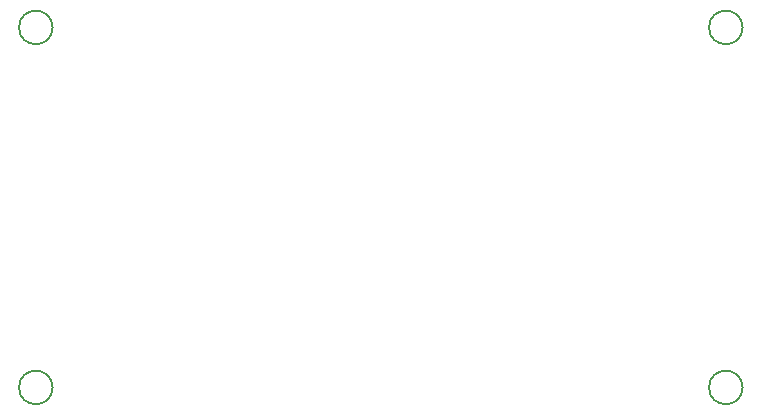
<source format=gbr>
G04 #@! TF.FileFunction,Legend,Bot*
%FSLAX46Y46*%
G04 Gerber Fmt 4.6, Leading zero omitted, Abs format (unit mm)*
G04 Created by KiCad (PCBNEW 4.0.2+dfsg1-stable) date Fri 29 Jul 2016 09:24:32 AM CST*
%MOMM*%
G01*
G04 APERTURE LIST*
%ADD10C,0.100000*%
%ADD11C,0.150000*%
G04 APERTURE END LIST*
D10*
D11*
X183029903Y-100330000D02*
G75*
G03X183029903Y-100330000I-1419903J0D01*
G01*
X183029903Y-130810000D02*
G75*
G03X183029903Y-130810000I-1419903J0D01*
G01*
X124609903Y-130810000D02*
G75*
G03X124609903Y-130810000I-1419903J0D01*
G01*
X124609903Y-100330000D02*
G75*
G03X124609903Y-100330000I-1419903J0D01*
G01*
M02*

</source>
